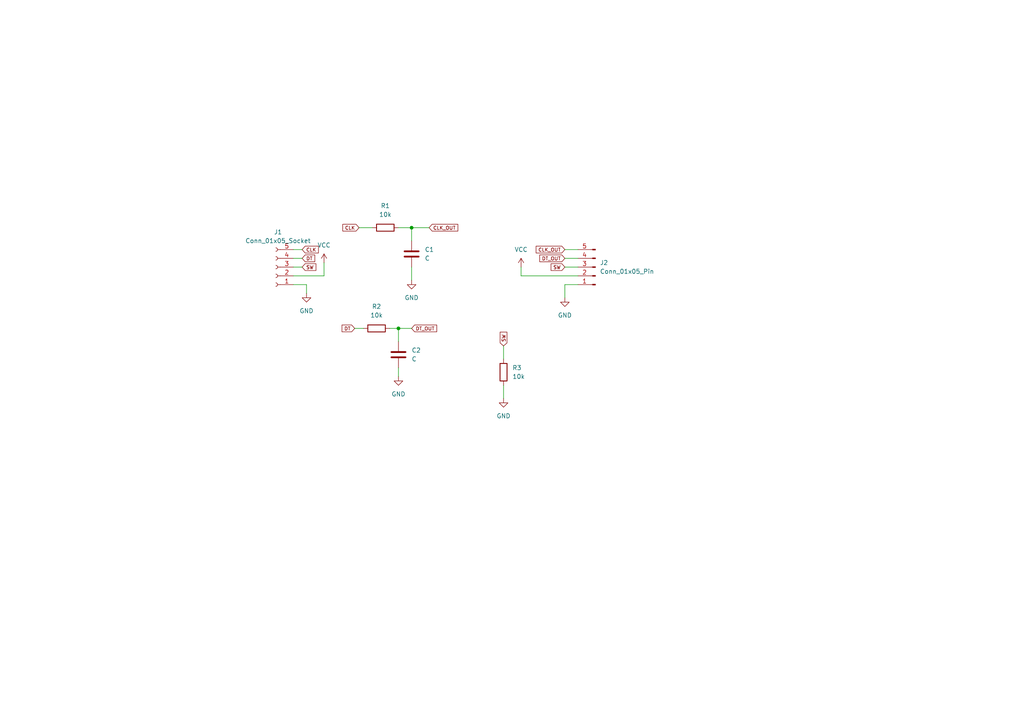
<source format=kicad_sch>
(kicad_sch (version 20231120) (generator "eeschema") (generator_version "8.0")
  (paper "A4")
  (lib_symbols
    (symbol "Connector:Conn_01x05_Pin" (pin_names (offset 1.016) hide)
      (property "Reference" "J" (at 0 7.62 0))
      (property "Value" "Conn_01x05_Pin" (at 0 -7.62 0))
      (symbol "Conn_01x05_Pin_1_1"
        (polyline (pts (xy 1.27 -5.08) (xy 0.8636 -5.08)) (stroke (width 0.1524)))
        (polyline (pts (xy 1.27 -2.54) (xy 0.8636 -2.54)) (stroke (width 0.1524)))
        (polyline (pts (xy 1.27 0) (xy 0.8636 0)) (stroke (width 0.1524)))
        (polyline (pts (xy 1.27 2.54) (xy 0.8636 2.54)) (stroke (width 0.1524)))
        (polyline (pts (xy 1.27 5.08) (xy 0.8636 5.08)) (stroke (width 0.1524)))
        (rectangle (start 0.8636 -4.953) (end 0 -5.207) (stroke (width 0.1524)) (fill (type outline)))
        (rectangle (start 0.8636 -2.413) (end 0 -2.667) (stroke (width 0.1524)) (fill (type outline)))
        (rectangle (start 0.8636 0.127) (end 0 -0.127) (stroke (width 0.1524)) (fill (type outline)))
        (rectangle (start 0.8636 2.667) (end 0 2.413) (stroke (width 0.1524)) (fill (type outline)))
        (rectangle (start 0.8636 5.207) (end 0 4.953) (stroke (width 0.1524)) (fill (type outline)))
        (pin passive line (at 5.08 5.08 180) (length 3.81) (name "Pin_1") (number "1"))
        (pin passive line (at 5.08 2.54 180) (length 3.81) (name "Pin_2") (number "2"))
        (pin passive line (at 5.08 0 180) (length 3.81) (name "Pin_3") (number "3"))
        (pin passive line (at 5.08 -2.54 180) (length 3.81) (name "Pin_4") (number "4"))
        (pin passive line (at 5.08 -5.08 180) (length 3.81) (name "Pin_5") (number "5"))
      )
    )
    (symbol "Connector:Conn_01x05_Socket" (pin_names (offset 1.016) hide)
      (property "Reference" "J" (at 0 7.62 0))
      (property "Value" "Conn_01x05_Socket" (at 0 -7.62 0))
      (symbol "Conn_01x05_Socket_1_1"
        (arc (start 0 -4.572) (mid -0.5058 -5.08) (end 0 -5.588) (stroke (width 0.1524)))
        (arc (start 0 -2.032) (mid -0.5058 -2.54) (end 0 -3.048) (stroke (width 0.1524)))
        (polyline (pts (xy -1.27 -5.08) (xy -0.508 -5.08)) (stroke (width 0.1524)))
        (polyline (pts (xy -1.27 -2.54) (xy -0.508 -2.54)) (stroke (width 0.1524)))
        (polyline (pts (xy -1.27 0) (xy -0.508 0)) (stroke (width 0.1524)))
        (polyline (pts (xy -1.27 2.54) (xy -0.508 2.54)) (stroke (width 0.1524)))
        (polyline (pts (xy -1.27 5.08) (xy -0.508 5.08)) (stroke (width 0.1524)))
        (arc (start 0 0.508) (mid -0.5058 0) (end 0 -0.508) (stroke (width 0.1524)))
        (arc (start 0 3.048) (mid -0.5058 2.54) (end 0 2.032) (stroke (width 0.1524)))
        (arc (start 0 5.588) (mid -0.5058 5.08) (end 0 4.572) (stroke (width 0.1524)))
        (pin passive line (at -5.08 5.08 0) (length 3.81) (name "Pin_1") (number "1"))
        (pin passive line (at -5.08 2.54 0) (length 3.81) (name "Pin_2") (number "2"))
        (pin passive line (at -5.08 0 0) (length 3.81) (name "Pin_3") (number "3"))
        (pin passive line (at -5.08 -2.54 0) (length 3.81) (name "Pin_4") (number "4"))
        (pin passive line (at -5.08 -5.08 0) (length 3.81) (name "Pin_5") (number "5"))
      )
    )
    (symbol "Device:C" (pin_numbers hide) (pin_names (offset 0.254))
      (property "Reference" "C" (at 0.635 2.54 0))
      (property "Value" "C" (at 0.635 -2.54 0))
      (symbol "C_0_1"
        (polyline (pts (xy -2.032 -0.762) (xy 2.032 -0.762)) (stroke (width 0.508)))
        (polyline (pts (xy -2.032 0.762) (xy 2.032 0.762)) (stroke (width 0.508)))
      )
      (symbol "C_1_1"
        (pin passive line (at 0 3.81 270) (length 2.794) (name "~") (number "1"))
        (pin passive line (at 0 -3.81 90) (length 2.794) (name "~") (number "2"))
      )
    )
    (symbol "Device:R" (pin_numbers hide) (pin_names (offset 0))
      (property "Reference" "R" (at 2.032 0 90))
      (property "Value" "R" (at 0 0 90))
      (symbol "R_0_1"
        (rectangle (start -1.016 -2.54) (end 1.016 2.54) (stroke (width 0.254)))
      )
      (symbol "R_1_1"
        (pin passive line (at 0 3.81 270) (length 1.27) (name "~") (number "1"))
        (pin passive line (at 0 -3.81 90) (length 1.27) (name "~") (number "2"))
      )
    )
    (symbol "power:GND" (power) (pin_names (offset 0))
      (property "Value" "GND" (at 0 -3.81 0))
      (symbol "GND_0_1"
        (polyline (pts (xy 0 0) (xy 0 -1.27) (xy 1.27 -1.27) (xy 0 -2.54) (xy -1.27 -1.27) (xy 0 -1.27)))
      )
      (symbol "GND_1_1"
        (pin power_in line (at 0 0 270) (length 0) hide (name "GND") (number "1"))
      )
    )
    (symbol "power:VCC" (power) (pin_names (offset 0))
      (property "Value" "VCC" (at 0 3.81 0))
      (symbol "VCC_0_1"
        (polyline (pts (xy -0.762 1.27) (xy 0 2.54)))
        (polyline (pts (xy 0 0) (xy 0 2.54)))
        (polyline (pts (xy 0 2.54) (xy 0.762 1.27)))
      )
      (symbol "VCC_1_1"
        (pin power_in line (at 0 0 90) (length 0) hide (name "VCC") (number "1"))
      )
    )
  )
  (junction (at 119.38 66.04))
  (junction (at 115.57 95.25))
  (wire (pts (xy 163.83 86.36) (xy 163.83 82.55)))
  (wire (pts (xy 85.09 80.01) (xy 93.98 80.01)))
  (wire (pts (xy 163.83 77.47) (xy 167.64 77.47)))
  (wire (pts (xy 163.83 74.93) (xy 167.64 74.93)))
  (wire (pts (xy 104.14 66.04) (xy 107.95 66.04)))
  (wire (pts (xy 113.03 95.25) (xy 115.57 95.25)))
  (wire (pts (xy 163.83 72.39) (xy 167.64 72.39)))
  (wire (pts (xy 115.57 95.25) (xy 115.57 99.06)))
  (wire (pts (xy 167.64 80.01) (xy 151.13 80.01)))
  (wire (pts (xy 85.09 82.55) (xy 88.9 82.55)))
  (wire (pts (xy 93.98 80.01) (xy 93.98 76.2)))
  (wire (pts (xy 119.38 77.47) (xy 119.38 81.28)))
  (wire (pts (xy 85.09 72.39) (xy 87.63 72.39)))
  (wire (pts (xy 119.38 69.85) (xy 119.38 66.04)))
  (wire (pts (xy 85.09 74.93) (xy 87.63 74.93)))
  (wire (pts (xy 115.57 106.68) (xy 115.57 109.22)))
  (wire (pts (xy 115.57 66.04) (xy 119.38 66.04)))
  (wire (pts (xy 88.9 82.55) (xy 88.9 85.09)))
  (wire (pts (xy 146.05 100.33) (xy 146.05 104.14)))
  (wire (pts (xy 146.05 111.76) (xy 146.05 115.57)))
  (wire (pts (xy 163.83 82.55) (xy 167.64 82.55)))
  (wire (pts (xy 85.09 77.47) (xy 87.63 77.47)))
  (wire (pts (xy 102.87 95.25) (xy 105.41 95.25)))
  (wire (pts (xy 151.13 80.01) (xy 151.13 77.47)))
  (wire (pts (xy 119.38 66.04) (xy 124.46 66.04)))
  (wire (pts (xy 115.57 95.25) (xy 119.38 95.25)))
  (global_label "SW" (shape input) (at 146.05 100.33 90) (effects (font (size 1 1))) (property "Intersheetrefs" "${INTERSHEET_REFS}" (effects (hide yes))))
  (global_label "CLK_OUT" (shape input) (at 124.46 66.04 0) (effects (font (size 1 1))) (property "Intersheetrefs" "${INTERSHEET_REFS}" (effects (hide yes))))
  (global_label "DT_OUT" (shape input) (at 163.83 74.93 180) (effects (font (size 1 1))) (property "Intersheetrefs" "${INTERSHEET_REFS}" (effects (hide yes))))
  (global_label "DT" (shape input) (at 87.63 74.93 0) (effects (font (size 1 1))) (property "Intersheetrefs" "${INTERSHEET_REFS}" (effects (hide yes))))
  (global_label "DT" (shape input) (at 102.87 95.25 180) (effects (font (size 1 1))) (property "Intersheetrefs" "${INTERSHEET_REFS}" (effects (hide yes))))
  (global_label "CLK_OUT" (shape input) (at 163.83 72.39 180) (effects (font (size 1 1))) (property "Intersheetrefs" "${INTERSHEET_REFS}" (effects (hide yes))))
  (global_label "DT_OUT" (shape input) (at 119.38 95.25 0) (effects (font (size 1 1))) (property "Intersheetrefs" "${INTERSHEET_REFS}" (effects (hide yes))))
  (global_label "CLK" (shape input) (at 104.14 66.04 180) (effects (font (size 1 1))) (property "Intersheetrefs" "${INTERSHEET_REFS}" (effects (hide yes))))
  (global_label "CLK" (shape input) (at 87.63 72.39 0) (effects (font (size 1 1))) (property "Intersheetrefs" "${INTERSHEET_REFS}" (effects (hide yes))))
  (global_label "SW" (shape input) (at 163.83 77.47 180) (effects (font (size 1 1))) (property "Intersheetrefs" "${INTERSHEET_REFS}" (effects (hide yes))))
  (global_label "SW" (shape input) (at 87.63 77.47 0) (effects (font (size 1 1))) (property "Intersheetrefs" "${INTERSHEET_REFS}" (effects (hide yes))))
  (symbol (lib_id "power:VCC") (at 151.13 77.47 0) (unit 1)
    (property "Reference" "#PWR06" (effects (hide yes)))
    (property "Value" "VCC" (at 151.13 72.39 0))
  )
  (symbol (lib_id "power:GND") (at 115.57 109.22 0) (unit 1)
    (property "Reference" "#PWR01" (effects (hide yes)))
    (property "Value" "GND" (at 115.57 114.3 0))
  )
  (symbol (lib_id "Connector:Conn_01x05_Pin") (at 172.72 77.47 180) (unit 1)
    (property "Reference" "J2" (at 173.99 76.2 0) (effects (justify right)))
    (property "Value" "Conn_01x05_Pin" (at 173.99 78.74 0) (effects (justify right)))
    (property "Footprint" "Connector_PinHeader_2.54mm:PinHeader_1x05_P2.54mm_Horizontal" (effects (hide yes)))
  )
  (symbol (lib_id "power:GND") (at 88.9 85.09 0) (unit 1)
    (property "Reference" "#PWR03" (effects (hide yes)))
    (property "Value" "GND" (at 88.9 90.17 0))
  )
  (symbol (lib_id "power:GND") (at 146.05 115.57 0) (unit 1)
    (property "Reference" "#PWR07" (effects (hide yes)))
    (property "Value" "GND" (at 146.05 120.65 0))
  )
  (symbol (lib_id "power:GND") (at 119.38 81.28 0) (unit 1)
    (property "Reference" "#PWR02" (effects (hide yes)))
    (property "Value" "GND" (at 119.38 86.36 0))
  )
  (symbol (lib_id "Connector:Conn_01x05_Socket") (at 80.01 77.47 180) (unit 1)
    (property "Reference" "J1" (at 80.645 67.31 0))
    (property "Value" "Conn_01x05_Socket" (at 80.645 69.85 0))
    (property "Footprint" "Connector_PinSocket_2.54mm:PinSocket_1x05_P2.54mm_Horizontal" (effects (hide yes)))
  )
  (symbol (lib_id "Device:C") (at 119.38 73.66 0) (unit 1)
    (property "Reference" "C1" (at 123.19 72.39 0) (effects (justify left)))
    (property "Value" "C" (at 123.19 74.93 0) (effects (justify left)))
    (property "Footprint" "Capacitor_SMD:C_0805_2012Metric_Pad1.18x1.45mm_HandSolder" (effects (hide yes)))
  )
  (symbol (lib_id "power:GND") (at 163.83 86.36 0) (unit 1)
    (property "Reference" "#PWR05" (effects (hide yes)))
    (property "Value" "GND" (at 163.83 91.44 0))
  )
  (symbol (lib_id "Device:R") (at 146.05 107.95 0) (unit 1)
    (property "Reference" "R3" (at 148.59 106.68 0) (effects (justify left)))
    (property "Value" "10k" (at 148.59 109.22 0) (effects (justify left)))
    (property "Footprint" "Capacitor_SMD:C_0805_2012Metric_Pad1.18x1.45mm_HandSolder" (effects (hide yes)))
  )
  (symbol (lib_id "power:VCC") (at 93.98 76.2 0) (unit 1)
    (property "Reference" "#PWR04" (effects (hide yes)))
    (property "Value" "VCC" (at 93.98 71.12 0))
  )
  (symbol (lib_id "Device:C") (at 115.57 102.87 0) (unit 1)
    (property "Reference" "C2" (at 119.38 101.6 0) (effects (justify left)))
    (property "Value" "C" (at 119.38 104.14 0) (effects (justify left)))
    (property "Footprint" "Capacitor_SMD:C_0805_2012Metric_Pad1.18x1.45mm_HandSolder" (effects (hide yes)))
  )
  (symbol (lib_id "Device:R") (at 111.76 66.04 90) (unit 1)
    (property "Reference" "R1" (at 111.76 59.69 90))
    (property "Value" "10k" (at 111.76 62.23 90))
    (property "Footprint" "Capacitor_SMD:C_0805_2012Metric_Pad1.18x1.45mm_HandSolder" (effects (hide yes)))
  )
  (symbol (lib_id "Device:R") (at 109.22 95.25 90) (unit 1)
    (property "Reference" "R2" (at 109.22 88.9 90))
    (property "Value" "10k" (at 109.22 91.44 90))
    (property "Footprint" "Capacitor_SMD:C_0805_2012Metric_Pad1.18x1.45mm_HandSolder" (effects (hide yes)))
  )
)
</source>
